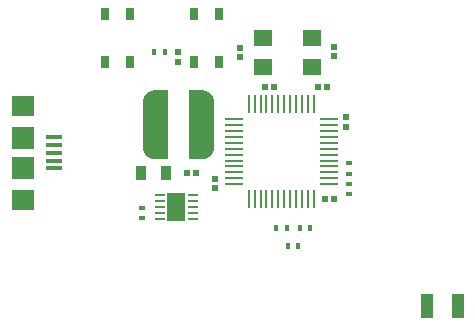
<source format=gtp>
G04 Layer_Color=8421504*
%FSAX25Y25*%
%MOIN*%
G70*
G01*
G75*
%ADD10R,0.01772X0.02165*%
%ADD11R,0.02165X0.01772*%
%ADD12R,0.02047X0.01968*%
%ADD13R,0.02559X0.03937*%
G04:AMPARAMS|DCode=14|XSize=82.68mil|YSize=228.35mil|CornerRadius=41.34mil|HoleSize=0mil|Usage=FLASHONLY|Rotation=0.000|XOffset=0mil|YOffset=0mil|HoleType=Round|Shape=RoundedRectangle|*
%AMROUNDEDRECTD14*
21,1,0.08268,0.14567,0,0,0.0*
21,1,0.00000,0.22835,0,0,0.0*
1,1,0.08268,0.00000,-0.07283*
1,1,0.08268,0.00000,-0.07283*
1,1,0.08268,0.00000,0.07283*
1,1,0.08268,0.00000,0.07283*
%
%ADD14ROUNDEDRECTD14*%
%ADD15R,0.03543X0.04724*%
%ADD16R,0.03543X0.00984*%
%ADD17R,0.05866X0.09449*%
%ADD18R,0.06300X0.05500*%
%ADD19R,0.01968X0.02047*%
%ADD20O,0.06102X0.00984*%
%ADD21O,0.00984X0.06102*%
%ADD22R,0.07500X0.07500*%
%ADD23R,0.07500X0.07100*%
%ADD24R,0.05600X0.01400*%
%ADD25R,0.04331X0.07874*%
G36*
X0330709Y0219685D02*
X0331097Y0219685D01*
X0331858Y0219534D01*
X0332574Y0219237D01*
X0333219Y0218806D01*
X0333767Y0218257D01*
X0334198Y0217613D01*
X0334494Y0216896D01*
X0334646Y0216136D01*
Y0215748D01*
X0334646Y0200788D01*
X0334646Y0200788D01*
X0334646Y0200400D01*
X0334494Y0199639D01*
X0334198Y0198923D01*
X0333767Y0198278D01*
X0333218Y0197729D01*
X0332574Y0197299D01*
X0331857Y0197002D01*
X0331096Y0196850D01*
X0330709Y0196850D01*
X0326378Y0196850D01*
Y0219685D01*
X0330709Y0219685D01*
X0330709Y0219685D01*
D02*
G37*
G36*
X0319291Y0196850D02*
X0314961Y0196851D01*
X0314573Y0196851D01*
X0313812Y0197002D01*
X0313096Y0197299D01*
X0312451Y0197729D01*
X0311903Y0198278D01*
X0311472Y0198923D01*
X0311175Y0199639D01*
X0311024Y0200399D01*
X0311024Y0200787D01*
X0311024Y0200787D01*
X0311024Y0215748D01*
X0311024Y0216136D01*
X0311175Y0216897D01*
X0311472Y0217613D01*
X0311903Y0218258D01*
X0312451Y0218806D01*
X0313096Y0219237D01*
X0313812Y0219533D01*
X0314573Y0219685D01*
X0314960D01*
X0314961Y0219685D01*
X0319291Y0219685D01*
Y0196850D01*
D02*
G37*
D10*
X0366732Y0173622D02*
D03*
X0363189D02*
D03*
X0362795Y0167717D02*
D03*
X0359252D02*
D03*
X0358858Y0173622D02*
D03*
X0355315D02*
D03*
X0314764Y0232283D02*
D03*
X0318307D02*
D03*
D11*
X0379528Y0195472D02*
D03*
Y0191929D02*
D03*
X0379527Y0185039D02*
D03*
Y0188583D02*
D03*
X0310630Y0180512D02*
D03*
Y0176969D02*
D03*
D12*
X0335039Y0186969D02*
D03*
Y0190197D02*
D03*
X0322835Y0232323D02*
D03*
Y0229095D02*
D03*
X0378740Y0210669D02*
D03*
Y0207441D02*
D03*
X0374803Y0234252D02*
D03*
Y0231024D02*
D03*
X0343307Y0230669D02*
D03*
Y0233898D02*
D03*
D13*
X0328150Y0229134D02*
D03*
X0336417D02*
D03*
X0328150Y0245276D02*
D03*
X0336417D02*
D03*
X0306693D02*
D03*
X0298425D02*
D03*
X0306693Y0229134D02*
D03*
X0298425D02*
D03*
D14*
X0315158Y0208268D02*
D03*
X0330512D02*
D03*
D15*
X0310433Y0192126D02*
D03*
X0318701D02*
D03*
D16*
X0316555Y0184646D02*
D03*
Y0182677D02*
D03*
Y0180709D02*
D03*
Y0178740D02*
D03*
Y0176772D02*
D03*
X0327539Y0184646D02*
D03*
Y0182677D02*
D03*
Y0180709D02*
D03*
Y0178740D02*
D03*
Y0176772D02*
D03*
D17*
X0322047Y0180709D02*
D03*
D18*
X0367205Y0227533D02*
D03*
X0350905D02*
D03*
Y0237033D02*
D03*
X0367205D02*
D03*
D19*
X0328779Y0192126D02*
D03*
X0325551D02*
D03*
X0374803Y0183465D02*
D03*
X0371575D02*
D03*
X0369252Y0220866D02*
D03*
X0372480D02*
D03*
X0351535D02*
D03*
X0354764D02*
D03*
D20*
X0372933Y0210039D02*
D03*
Y0208071D02*
D03*
Y0206102D02*
D03*
Y0204134D02*
D03*
Y0202165D02*
D03*
Y0200197D02*
D03*
Y0198228D02*
D03*
Y0196260D02*
D03*
Y0194291D02*
D03*
Y0192323D02*
D03*
Y0190354D02*
D03*
Y0188386D02*
D03*
X0341240D02*
D03*
Y0190354D02*
D03*
Y0192323D02*
D03*
Y0194291D02*
D03*
Y0196260D02*
D03*
Y0198228D02*
D03*
Y0200197D02*
D03*
Y0202165D02*
D03*
Y0204134D02*
D03*
Y0206102D02*
D03*
Y0208071D02*
D03*
Y0210039D02*
D03*
D21*
X0367913Y0183366D02*
D03*
X0365945D02*
D03*
X0363976D02*
D03*
X0362008D02*
D03*
X0360039D02*
D03*
X0358071D02*
D03*
X0356102D02*
D03*
X0354134D02*
D03*
X0352165D02*
D03*
X0350197D02*
D03*
X0348228D02*
D03*
X0346260D02*
D03*
Y0215059D02*
D03*
X0348228D02*
D03*
X0350197D02*
D03*
X0352165D02*
D03*
X0354134D02*
D03*
X0356102D02*
D03*
X0358071D02*
D03*
X0360039D02*
D03*
X0362008D02*
D03*
X0363976D02*
D03*
X0365945D02*
D03*
X0367913D02*
D03*
D22*
X0270866Y0193860D02*
D03*
Y0203860D02*
D03*
D23*
Y0183060D02*
D03*
Y0214608D02*
D03*
D24*
X0281366Y0196260D02*
D03*
Y0198860D02*
D03*
Y0201419D02*
D03*
Y0193660D02*
D03*
Y0203978D02*
D03*
D25*
X0415868Y0147638D02*
D03*
X0405632D02*
D03*
M02*

</source>
